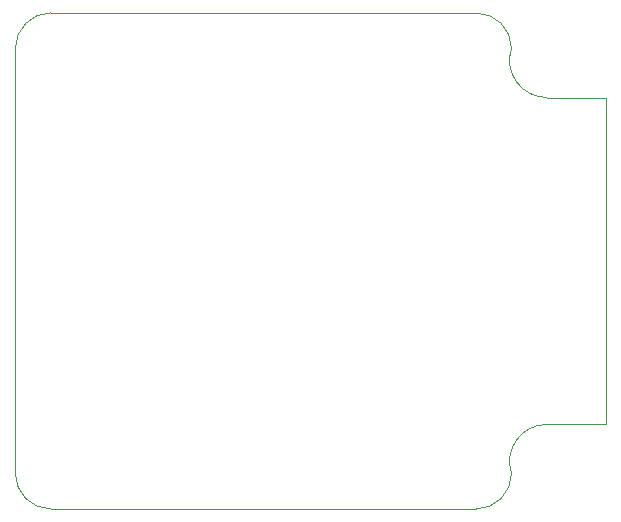
<source format=gbr>
%TF.GenerationSoftware,KiCad,Pcbnew,9.0.1*%
%TF.CreationDate,2025-04-08T03:40:33+08:00*%
%TF.ProjectId,CawDrive,43617744-7269-4766-952e-6b696361645f,rev?*%
%TF.SameCoordinates,Original*%
%TF.FileFunction,Profile,NP*%
%FSLAX46Y46*%
G04 Gerber Fmt 4.6, Leading zero omitted, Abs format (unit mm)*
G04 Created by KiCad (PCBNEW 9.0.1) date 2025-04-08 03:40:33*
%MOMM*%
%LPD*%
G01*
G04 APERTURE LIST*
%TA.AperFunction,Profile*%
%ADD10C,0.100000*%
%TD*%
G04 APERTURE END LIST*
D10*
X123000000Y-68000000D02*
X159000000Y-68000000D01*
X159000000Y-68000000D02*
G75*
G02*
X162000000Y-71000000I0J-3000000D01*
G01*
X165000000Y-75162278D02*
G75*
G02*
X162000000Y-71000000I0J3162278D01*
G01*
X123000000Y-110000000D02*
G75*
G02*
X120000000Y-107000000I0J3000000D01*
G01*
X170000000Y-75162278D02*
X170000000Y-102837722D01*
X162000000Y-107000000D02*
G75*
G02*
X159000000Y-110000000I-3000000J0D01*
G01*
X165000000Y-75162278D02*
X170000000Y-75162278D01*
X159000000Y-110000000D02*
X123000000Y-110000000D01*
X165000000Y-102837723D02*
X170000000Y-102837722D01*
X162000000Y-107000000D02*
G75*
G02*
X165000000Y-102837722I3000000J1000000D01*
G01*
X120000000Y-107000000D02*
X120000001Y-71000000D01*
X120000001Y-71000000D02*
G75*
G02*
X123000000Y-68000001I2999999J0D01*
G01*
M02*

</source>
